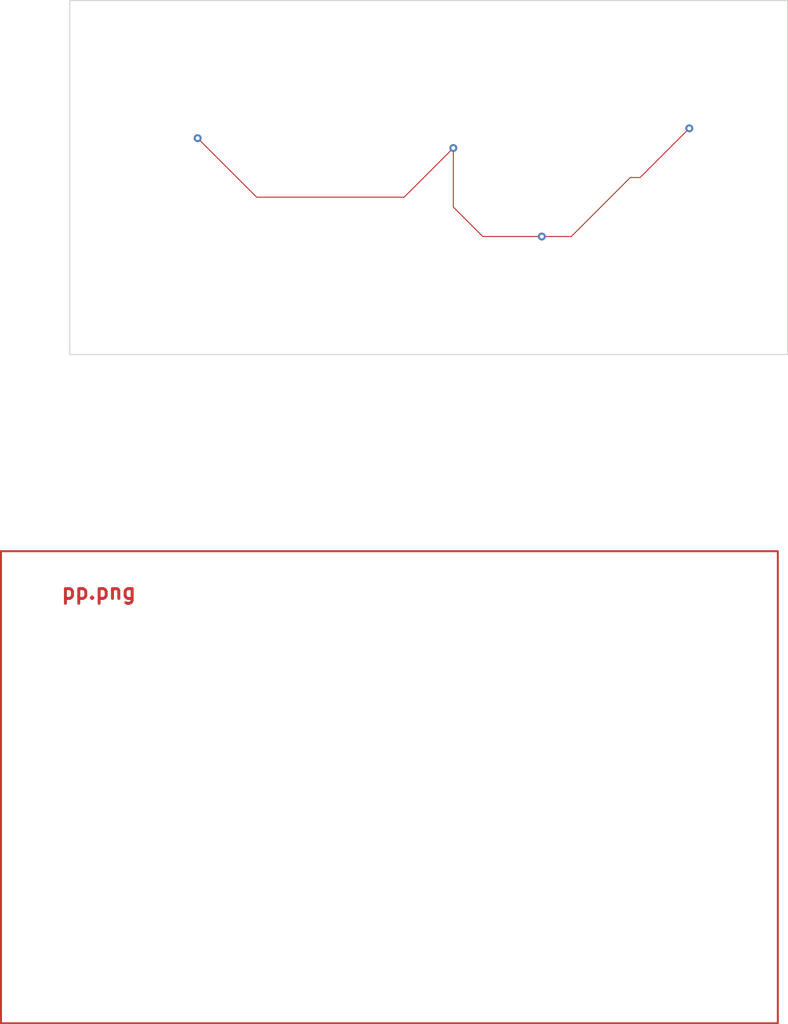
<source format=kicad_pcb>
(kicad_pcb
	(version 20241229)
	(generator "pcbnew")
	(generator_version "9.0")
	(general
		(thickness 1.6)
		(legacy_teardrops no)
	)
	(paper "A4")
	(layers
		(0 "F.Cu" signal)
		(2 "B.Cu" signal)
		(9 "F.Adhes" user "F.Adhesive")
		(11 "B.Adhes" user "B.Adhesive")
		(13 "F.Paste" user)
		(15 "B.Paste" user)
		(5 "F.SilkS" user "F.Silkscreen")
		(7 "B.SilkS" user "B.Silkscreen")
		(1 "F.Mask" user)
		(3 "B.Mask" user)
		(17 "Dwgs.User" user "User.Drawings")
		(19 "Cmts.User" user "User.Comments")
		(21 "Eco1.User" user "User.Eco1")
		(23 "Eco2.User" user "User.Eco2")
		(25 "Edge.Cuts" user)
		(27 "Margin" user)
		(31 "F.CrtYd" user "F.Courtyard")
		(29 "B.CrtYd" user "B.Courtyard")
		(35 "F.Fab" user)
		(33 "B.Fab" user)
		(39 "User.1" user)
		(41 "User.2" user)
		(43 "User.3" user)
		(45 "User.4" user)
		(47 "User.5" user)
		(49 "User.6" user)
		(51 "User.7" user)
		(53 "User.8" user)
		(55 "User.9" user)
	)
	(setup
		(pad_to_mask_clearance 0)
		(allow_soldermask_bridges_in_footprints no)
		(tenting front back)
		(pcbplotparams
			(layerselection 0x00000000_00000000_55555555_5755f5ff)
			(plot_on_all_layers_selection 0x00000000_00000000_00000000_00000000)
			(disableapertmacros no)
			(usegerberextensions no)
			(usegerberattributes yes)
			(usegerberadvancedattributes yes)
			(creategerberjobfile yes)
			(dashed_line_dash_ratio 12.000000)
			(dashed_line_gap_ratio 3.000000)
			(svgprecision 4)
			(plotframeref yes)
			(mode 1)
			(useauxorigin no)
			(hpglpennumber 1)
			(hpglpenspeed 20)
			(hpglpendiameter 15.000000)
			(pdf_front_fp_property_popups yes)
			(pdf_back_fp_property_popups yes)
			(pdf_metadata yes)
			(pdf_single_document no)
			(dxfpolygonmode yes)
			(dxfimperialunits yes)
			(dxfusepcbnewfont yes)
			(psnegative no)
			(psa4output no)
			(plot_black_and_white yes)
			(plotinvisibletext no)
			(sketchpadsonfab no)
			(plotpadnumbers no)
			(hidednponfab no)
			(sketchdnponfab yes)
			(crossoutdnponfab yes)
			(subtractmaskfromsilk no)
			(outputformat 4)
			(mirror no)
			(drillshape 0)
			(scaleselection 1)
			(outputdirectory "")
		)
	)
	(net 0 "")
	(gr_rect
		(start 100 100)
		(end 179 148)
		(stroke
			(width 0.2)
			(type default)
		)
		(fill no)
		(layer "F.Cu")
		(uuid "1db1e6bd-8e22-4f07-ad68-ab7edaac0dd4")
	)
	(gr_rect
		(start 107 44)
		(end 180 80)
		(stroke
			(width 0.1)
			(type default)
		)
		(fill no)
		(layer "Edge.Cuts")
		(uuid "4a0bec0f-bc9a-49ce-aec4-be493c210d40")
	)
	(gr_text "pp.png"
		(at 106 105 0)
		(layer "F.Cu")
		(uuid "ecc984e5-5de9-493f-ad3a-5f4fa8c4594c")
		(effects
			(font
				(size 1.5 1.5)
				(thickness 0.3)
				(bold yes)
			)
			(justify left bottom)
		)
	)
	(segment
		(start 165 62)
		(end 170 57)
		(width 0.1)
		(layer "F.Cu")
		(net 0)
		(uuid "2168b789-aea6-44ac-a3de-b05e0717b576")
	)
	(segment
		(start 120 58)
		(end 126 64)
		(width 0.1)
		(layer "F.Cu")
		(net 0)
		(uuid "32870afb-1764-4ad0-bf75-970f099b31a9")
	)
	(segment
		(start 164 62)
		(end 165 62)
		(width 0.1)
		(layer "F.Cu")
		(net 0)
		(uuid "441e34b8-b52b-46b5-a696-e8419c0dbec1")
	)
	(segment
		(start 149 68)
		(end 155 68)
		(width 0.1)
		(layer "F.Cu")
		(net 0)
		(uuid "4949b618-2da0-41a0-a74f-c93e97e6af13")
	)
	(segment
		(start 141 64)
		(end 146 59)
		(width 0.1)
		(layer "F.Cu")
		(net 0)
		(uuid "5bc9d339-f19b-42fb-9c01-3675b3a627d0")
	)
	(segment
		(start 158 68)
		(end 164 62)
		(width 0.1)
		(layer "F.Cu")
		(net 0)
		(uuid "6a2b2e90-c5e7-4070-85ac-4a57347d333c")
	)
	(segment
		(start 126 64)
		(end 141 64)
		(width 0.1)
		(layer "F.Cu")
		(net 0)
		(uuid "6db04be2-71a4-482b-bea9-39ca611368e9")
	)
	(segment
		(start 155 68)
		(end 158 68)
		(width 0.1)
		(layer "F.Cu")
		(net 0)
		(uuid "c849788b-05fd-49ba-95ff-fef1b4c69462")
	)
	(segment
		(start 146 59)
		(end 146 65)
		(width 0.1)
		(layer "F.Cu")
		(net 0)
		(uuid "d19c33c7-15ae-48e2-bc4b-7661317337a3")
	)
	(segment
		(start 146 65)
		(end 149 68)
		(width 0.1)
		(layer "F.Cu")
		(net 0)
		(uuid "ea975319-371a-486f-8b6e-c19e156ecde2")
	)
	(via
		(at 146 59)
		(size 0.8)
		(drill 0.4)
		(layers "F.Cu" "B.Cu")
		(net 0)
		(uuid "90cac0fc-67f8-4a66-bcae-b455afcddcb4")
	)
	(via
		(at 155 68)
		(size 0.8)
		(drill 0.4)
		(layers "F.Cu" "B.Cu")
		(net 0)
		(uuid "9ddaaede-3433-41cc-ac30-e282f84c2d8a")
	)
	(via
		(at 120 58)
		(size 0.8)
		(drill 0.4)
		(layers "F.Cu" "B.Cu")
		(net 0)
		(uuid "d6d1c810-d55e-48c1-8e4a-5ce9d70c69c5")
	)
	(via
		(at 170 57)
		(size 0.8)
		(drill 0.4)
		(layers "F.Cu" "B.Cu")
		(net 0)
		(uuid "eb5f5ebb-1c56-465c-bc76-5ac890c49140")
	)
	(group "_kibot_image_pcbdraw"
		(uuid "cde91e27-d818-4fbc-9cc2-64aed07e5612")
		(members "1db1e6bd-8e22-4f07-ad68-ab7edaac0dd4" "ecc984e5-5de9-493f-ad3a-5f4fa8c4594c")
	)
	(embedded_fonts no)
)

</source>
